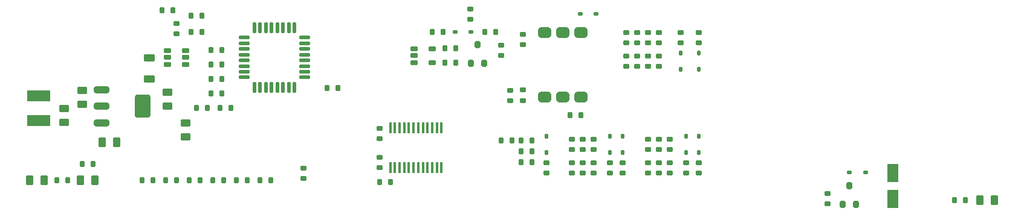
<source format=gtp>
G04 Layer_Color=8421504*
%FSLAX25Y25*%
%MOIN*%
G70*
G01*
G75*
G04:AMPARAMS|DCode=11|XSize=25.59mil|YSize=33.47mil|CornerRadius=3.2mil|HoleSize=0mil|Usage=FLASHONLY|Rotation=270.000|XOffset=0mil|YOffset=0mil|HoleType=Round|Shape=RoundedRectangle|*
%AMROUNDEDRECTD11*
21,1,0.02559,0.02707,0,0,270.0*
21,1,0.01919,0.03347,0,0,270.0*
1,1,0.00640,-0.01353,-0.00960*
1,1,0.00640,-0.01353,0.00960*
1,1,0.00640,0.01353,0.00960*
1,1,0.00640,0.01353,-0.00960*
%
%ADD11ROUNDEDRECTD11*%
G04:AMPARAMS|DCode=12|XSize=25.59mil|YSize=33.47mil|CornerRadius=3.2mil|HoleSize=0mil|Usage=FLASHONLY|Rotation=180.000|XOffset=0mil|YOffset=0mil|HoleType=Round|Shape=RoundedRectangle|*
%AMROUNDEDRECTD12*
21,1,0.02559,0.02707,0,0,180.0*
21,1,0.01919,0.03347,0,0,180.0*
1,1,0.00640,-0.00960,0.01353*
1,1,0.00640,0.00960,0.01353*
1,1,0.00640,0.00960,-0.01353*
1,1,0.00640,-0.00960,-0.01353*
%
%ADD12ROUNDEDRECTD12*%
G04:AMPARAMS|DCode=13|XSize=23.62mil|YSize=43.31mil|CornerRadius=5.91mil|HoleSize=0mil|Usage=FLASHONLY|Rotation=90.000|XOffset=0mil|YOffset=0mil|HoleType=Round|Shape=RoundedRectangle|*
%AMROUNDEDRECTD13*
21,1,0.02362,0.03150,0,0,90.0*
21,1,0.01181,0.04331,0,0,90.0*
1,1,0.01181,0.01575,0.00591*
1,1,0.01181,0.01575,-0.00591*
1,1,0.01181,-0.01575,-0.00591*
1,1,0.01181,-0.01575,0.00591*
%
%ADD13ROUNDEDRECTD13*%
G04:AMPARAMS|DCode=14|XSize=31.5mil|YSize=38.19mil|CornerRadius=7.87mil|HoleSize=0mil|Usage=FLASHONLY|Rotation=180.000|XOffset=0mil|YOffset=0mil|HoleType=Round|Shape=RoundedRectangle|*
%AMROUNDEDRECTD14*
21,1,0.03150,0.02244,0,0,180.0*
21,1,0.01575,0.03819,0,0,180.0*
1,1,0.01575,-0.00787,0.01122*
1,1,0.01575,0.00787,0.01122*
1,1,0.01575,0.00787,-0.01122*
1,1,0.01575,-0.00787,-0.01122*
%
%ADD14ROUNDEDRECTD14*%
G04:AMPARAMS|DCode=15|XSize=19.68mil|YSize=23.62mil|CornerRadius=2.46mil|HoleSize=0mil|Usage=FLASHONLY|Rotation=90.000|XOffset=0mil|YOffset=0mil|HoleType=Round|Shape=RoundedRectangle|*
%AMROUNDEDRECTD15*
21,1,0.01968,0.01870,0,0,90.0*
21,1,0.01476,0.02362,0,0,90.0*
1,1,0.00492,0.00935,0.00738*
1,1,0.00492,0.00935,-0.00738*
1,1,0.00492,-0.00935,-0.00738*
1,1,0.00492,-0.00935,0.00738*
%
%ADD15ROUNDEDRECTD15*%
G04:AMPARAMS|DCode=16|XSize=127.95mil|YSize=84.65mil|CornerRadius=10.58mil|HoleSize=0mil|Usage=FLASHONLY|Rotation=90.000|XOffset=0mil|YOffset=0mil|HoleType=Round|Shape=RoundedRectangle|*
%AMROUNDEDRECTD16*
21,1,0.12795,0.06348,0,0,90.0*
21,1,0.10679,0.08465,0,0,90.0*
1,1,0.02116,0.03174,0.05340*
1,1,0.02116,0.03174,-0.05340*
1,1,0.02116,-0.03174,-0.05340*
1,1,0.02116,-0.03174,0.05340*
%
%ADD16ROUNDEDRECTD16*%
G04:AMPARAMS|DCode=17|XSize=37.4mil|YSize=84.65mil|CornerRadius=9.35mil|HoleSize=0mil|Usage=FLASHONLY|Rotation=90.000|XOffset=0mil|YOffset=0mil|HoleType=Round|Shape=RoundedRectangle|*
%AMROUNDEDRECTD17*
21,1,0.03740,0.06594,0,0,90.0*
21,1,0.01870,0.08465,0,0,90.0*
1,1,0.01870,0.03297,0.00935*
1,1,0.01870,0.03297,-0.00935*
1,1,0.01870,-0.03297,-0.00935*
1,1,0.01870,-0.03297,0.00935*
%
%ADD17ROUNDEDRECTD17*%
G04:AMPARAMS|DCode=18|XSize=39.37mil|YSize=51.18mil|CornerRadius=4.92mil|HoleSize=0mil|Usage=FLASHONLY|Rotation=180.000|XOffset=0mil|YOffset=0mil|HoleType=Round|Shape=RoundedRectangle|*
%AMROUNDEDRECTD18*
21,1,0.03937,0.04134,0,0,180.0*
21,1,0.02953,0.05118,0,0,180.0*
1,1,0.00984,-0.01476,0.02067*
1,1,0.00984,0.01476,0.02067*
1,1,0.00984,0.01476,-0.02067*
1,1,0.00984,-0.01476,-0.02067*
%
%ADD18ROUNDEDRECTD18*%
G04:AMPARAMS|DCode=19|XSize=39.37mil|YSize=51.18mil|CornerRadius=4.92mil|HoleSize=0mil|Usage=FLASHONLY|Rotation=270.000|XOffset=0mil|YOffset=0mil|HoleType=Round|Shape=RoundedRectangle|*
%AMROUNDEDRECTD19*
21,1,0.03937,0.04134,0,0,270.0*
21,1,0.02953,0.05118,0,0,270.0*
1,1,0.00984,-0.02067,-0.01476*
1,1,0.00984,-0.02067,0.01476*
1,1,0.00984,0.02067,0.01476*
1,1,0.00984,0.02067,-0.01476*
%
%ADD19ROUNDEDRECTD19*%
G04:AMPARAMS|DCode=20|XSize=39.37mil|YSize=62.99mil|CornerRadius=4.92mil|HoleSize=0mil|Usage=FLASHONLY|Rotation=270.000|XOffset=0mil|YOffset=0mil|HoleType=Round|Shape=RoundedRectangle|*
%AMROUNDEDRECTD20*
21,1,0.03937,0.05315,0,0,270.0*
21,1,0.02953,0.06299,0,0,270.0*
1,1,0.00984,-0.02657,-0.01476*
1,1,0.00984,-0.02657,0.01476*
1,1,0.00984,0.02657,0.01476*
1,1,0.00984,0.02657,-0.01476*
%
%ADD20ROUNDEDRECTD20*%
%ADD21R,0.12600X0.06000*%
G04:AMPARAMS|DCode=22|XSize=11.81mil|YSize=62.99mil|CornerRadius=2.95mil|HoleSize=0mil|Usage=FLASHONLY|Rotation=180.000|XOffset=0mil|YOffset=0mil|HoleType=Round|Shape=RoundedRectangle|*
%AMROUNDEDRECTD22*
21,1,0.01181,0.05709,0,0,180.0*
21,1,0.00591,0.06299,0,0,180.0*
1,1,0.00591,-0.00295,0.02854*
1,1,0.00591,0.00295,0.02854*
1,1,0.00591,0.00295,-0.02854*
1,1,0.00591,-0.00295,-0.02854*
%
%ADD22ROUNDEDRECTD22*%
G04:AMPARAMS|DCode=23|XSize=70.08mil|YSize=59.84mil|CornerRadius=14.96mil|HoleSize=0mil|Usage=FLASHONLY|Rotation=180.000|XOffset=0mil|YOffset=0mil|HoleType=Round|Shape=RoundedRectangle|*
%AMROUNDEDRECTD23*
21,1,0.07008,0.02992,0,0,180.0*
21,1,0.04016,0.05984,0,0,180.0*
1,1,0.02992,-0.02008,0.01496*
1,1,0.02992,0.02008,0.01496*
1,1,0.02992,0.02008,-0.01496*
1,1,0.02992,-0.02008,-0.01496*
%
%ADD23ROUNDEDRECTD23*%
G04:AMPARAMS|DCode=24|XSize=19.68mil|YSize=23.62mil|CornerRadius=2.46mil|HoleSize=0mil|Usage=FLASHONLY|Rotation=180.000|XOffset=0mil|YOffset=0mil|HoleType=Round|Shape=RoundedRectangle|*
%AMROUNDEDRECTD24*
21,1,0.01968,0.01870,0,0,180.0*
21,1,0.01476,0.02362,0,0,180.0*
1,1,0.00492,-0.00738,0.00935*
1,1,0.00492,0.00738,0.00935*
1,1,0.00492,0.00738,-0.00935*
1,1,0.00492,-0.00738,-0.00935*
%
%ADD24ROUNDEDRECTD24*%
G04:AMPARAMS|DCode=25|XSize=62.99mil|YSize=102.36mil|CornerRadius=7.87mil|HoleSize=0mil|Usage=FLASHONLY|Rotation=180.000|XOffset=0mil|YOffset=0mil|HoleType=Round|Shape=RoundedRectangle|*
%AMROUNDEDRECTD25*
21,1,0.06299,0.08661,0,0,180.0*
21,1,0.04724,0.10236,0,0,180.0*
1,1,0.01575,-0.02362,0.04331*
1,1,0.01575,0.02362,0.04331*
1,1,0.01575,0.02362,-0.04331*
1,1,0.01575,-0.02362,-0.04331*
%
%ADD25ROUNDEDRECTD25*%
G04:AMPARAMS|DCode=26|XSize=21.65mil|YSize=59.05mil|CornerRadius=5.41mil|HoleSize=0mil|Usage=FLASHONLY|Rotation=90.000|XOffset=0mil|YOffset=0mil|HoleType=Round|Shape=RoundedRectangle|*
%AMROUNDEDRECTD26*
21,1,0.02165,0.04823,0,0,90.0*
21,1,0.01083,0.05905,0,0,90.0*
1,1,0.01083,0.02411,0.00541*
1,1,0.01083,0.02411,-0.00541*
1,1,0.01083,-0.02411,-0.00541*
1,1,0.01083,-0.02411,0.00541*
%
%ADD26ROUNDEDRECTD26*%
G04:AMPARAMS|DCode=27|XSize=21.65mil|YSize=59.05mil|CornerRadius=5.41mil|HoleSize=0mil|Usage=FLASHONLY|Rotation=0.000|XOffset=0mil|YOffset=0mil|HoleType=Round|Shape=RoundedRectangle|*
%AMROUNDEDRECTD27*
21,1,0.02165,0.04823,0,0,0.0*
21,1,0.01083,0.05905,0,0,0.0*
1,1,0.01083,0.00541,-0.02411*
1,1,0.01083,-0.00541,-0.02411*
1,1,0.01083,-0.00541,0.02411*
1,1,0.01083,0.00541,0.02411*
%
%ADD27ROUNDEDRECTD27*%
D11*
X301000Y132953D02*
D03*
Y127047D02*
D03*
X284000Y152953D02*
D03*
Y147047D02*
D03*
X388000Y75000D02*
D03*
Y80905D02*
D03*
Y67953D02*
D03*
Y62047D02*
D03*
X346000Y75000D02*
D03*
Y80905D02*
D03*
X376000Y139953D02*
D03*
Y134047D02*
D03*
X370000Y139953D02*
D03*
Y134047D02*
D03*
X313000Y108000D02*
D03*
Y102094D02*
D03*
Y133047D02*
D03*
Y138953D02*
D03*
X394000Y80953D02*
D03*
Y75047D02*
D03*
X410000Y67953D02*
D03*
Y62047D02*
D03*
X394000Y62047D02*
D03*
Y67953D02*
D03*
X403000Y67953D02*
D03*
Y62047D02*
D03*
X326000Y67953D02*
D03*
Y62047D02*
D03*
X352000Y80905D02*
D03*
Y75000D02*
D03*
X368000Y67953D02*
D03*
Y62047D02*
D03*
X352000Y62000D02*
D03*
Y67905D02*
D03*
X361000Y67905D02*
D03*
Y62000D02*
D03*
X481000Y50953D02*
D03*
Y45047D02*
D03*
X388000Y126953D02*
D03*
Y121047D02*
D03*
X382000Y126953D02*
D03*
Y121047D02*
D03*
X410000Y134047D02*
D03*
Y139953D02*
D03*
X382000Y134047D02*
D03*
Y139953D02*
D03*
X400000Y134047D02*
D03*
Y139953D02*
D03*
X346000Y62000D02*
D03*
Y67905D02*
D03*
X376000Y126953D02*
D03*
Y121047D02*
D03*
X388000Y139953D02*
D03*
Y134047D02*
D03*
X234000Y81047D02*
D03*
Y86953D02*
D03*
Y70953D02*
D03*
Y65047D02*
D03*
X192000Y64953D02*
D03*
Y59047D02*
D03*
X306000Y107953D02*
D03*
Y102047D02*
D03*
X382000Y75047D02*
D03*
Y80953D02*
D03*
Y67953D02*
D03*
Y62047D02*
D03*
X340000Y75000D02*
D03*
Y80905D02*
D03*
Y67905D02*
D03*
Y62000D02*
D03*
X370000Y121047D02*
D03*
Y126953D02*
D03*
X122000Y144953D02*
D03*
Y139047D02*
D03*
D12*
X275953Y131000D02*
D03*
X270047D02*
D03*
Y123000D02*
D03*
X275953D02*
D03*
X263047Y140000D02*
D03*
X268953D02*
D03*
X141047Y130000D02*
D03*
X146953D02*
D03*
X141047Y122000D02*
D03*
X146953D02*
D03*
Y106000D02*
D03*
X141047D02*
D03*
X141047Y114000D02*
D03*
X146953D02*
D03*
X234047Y57000D02*
D03*
X239953D02*
D03*
X168047Y58000D02*
D03*
X173953D02*
D03*
X155047D02*
D03*
X160953D02*
D03*
X142047D02*
D03*
X147953D02*
D03*
X134953D02*
D03*
X129047D02*
D03*
X121953D02*
D03*
X116047D02*
D03*
X108953D02*
D03*
X103047D02*
D03*
X318000Y74000D02*
D03*
X312094D02*
D03*
X312094Y80000D02*
D03*
X318000D02*
D03*
X312094Y68000D02*
D03*
X318000D02*
D03*
X551047Y47000D02*
D03*
X556953D02*
D03*
X339047Y94000D02*
D03*
X344953D02*
D03*
X301095Y80000D02*
D03*
X307000D02*
D03*
X138953Y98000D02*
D03*
X133047D02*
D03*
X151953D02*
D03*
X146047D02*
D03*
X70047Y67000D02*
D03*
X75953D02*
D03*
X119953Y152000D02*
D03*
X114047D02*
D03*
X210953Y109000D02*
D03*
X205047D02*
D03*
X135953Y149000D02*
D03*
X130047D02*
D03*
X135953Y140000D02*
D03*
X130047D02*
D03*
X61953Y58000D02*
D03*
X56047D02*
D03*
X292047Y140000D02*
D03*
X297953D02*
D03*
D13*
X263118Y130740D02*
D03*
Y123260D02*
D03*
X252882D02*
D03*
Y127000D02*
D03*
Y130740D02*
D03*
X127118Y126000D02*
D03*
X116882Y129740D02*
D03*
Y126000D02*
D03*
Y122260D02*
D03*
X127118Y129740D02*
D03*
Y122260D02*
D03*
D14*
X288000Y133118D02*
D03*
X291740Y122882D02*
D03*
X284260D02*
D03*
X489260Y44882D02*
D03*
X496740D02*
D03*
X493000Y55118D02*
D03*
D15*
X275571Y140000D02*
D03*
X284429D02*
D03*
X493071Y62500D02*
D03*
X501929D02*
D03*
X344571Y150000D02*
D03*
X353429D02*
D03*
D16*
X103417Y99000D02*
D03*
D17*
X80583Y89945D02*
D03*
Y99000D02*
D03*
Y108055D02*
D03*
D18*
X88937Y79000D02*
D03*
X81063D02*
D03*
X565063Y47000D02*
D03*
X572937D02*
D03*
X41063Y58000D02*
D03*
X48937D02*
D03*
X76937D02*
D03*
X69063D02*
D03*
D19*
X60000Y97937D02*
D03*
Y90063D02*
D03*
X117000Y106937D02*
D03*
Y99063D02*
D03*
X70000Y107937D02*
D03*
Y100063D02*
D03*
X127000Y82063D02*
D03*
Y89937D02*
D03*
D20*
X107000Y125906D02*
D03*
Y114094D02*
D03*
D21*
X46000Y104800D02*
D03*
Y91200D02*
D03*
D22*
X239925Y64976D02*
D03*
X242484D02*
D03*
X245043D02*
D03*
X247602D02*
D03*
X250161D02*
D03*
X252720D02*
D03*
X255279D02*
D03*
X257839D02*
D03*
X260398D02*
D03*
X262957D02*
D03*
X265516D02*
D03*
X268075D02*
D03*
X239925Y87024D02*
D03*
X242484D02*
D03*
X245043D02*
D03*
X247602D02*
D03*
X250161D02*
D03*
X252720D02*
D03*
X255279D02*
D03*
X257839D02*
D03*
X260398D02*
D03*
X262957D02*
D03*
X265516D02*
D03*
X268075D02*
D03*
D23*
X325000Y104264D02*
D03*
X335000Y139736D02*
D03*
X345000Y104264D02*
D03*
Y139736D02*
D03*
X335000Y104264D02*
D03*
X325000Y139736D02*
D03*
D24*
X410000Y73571D02*
D03*
Y82429D02*
D03*
X403000D02*
D03*
Y73571D02*
D03*
X326000D02*
D03*
Y82429D02*
D03*
X368000D02*
D03*
Y73571D02*
D03*
X361000Y73524D02*
D03*
Y82382D02*
D03*
X400000Y119571D02*
D03*
Y128429D02*
D03*
X410000D02*
D03*
Y119571D02*
D03*
D25*
X517000Y47913D02*
D03*
Y62087D02*
D03*
D26*
X159465Y137024D02*
D03*
Y133874D02*
D03*
Y130724D02*
D03*
Y127575D02*
D03*
Y124425D02*
D03*
Y121276D02*
D03*
Y118126D02*
D03*
Y114976D02*
D03*
X192535D02*
D03*
Y118126D02*
D03*
Y121276D02*
D03*
Y124425D02*
D03*
Y127575D02*
D03*
Y130724D02*
D03*
Y133874D02*
D03*
Y137024D02*
D03*
D27*
X164976Y109465D02*
D03*
X168126D02*
D03*
X171276D02*
D03*
X174425D02*
D03*
X177575D02*
D03*
X180724D02*
D03*
X183874D02*
D03*
X187024D02*
D03*
Y142535D02*
D03*
X183874D02*
D03*
X180724D02*
D03*
X177575D02*
D03*
X174425D02*
D03*
X171276D02*
D03*
X168126D02*
D03*
X164976D02*
D03*
M02*

</source>
